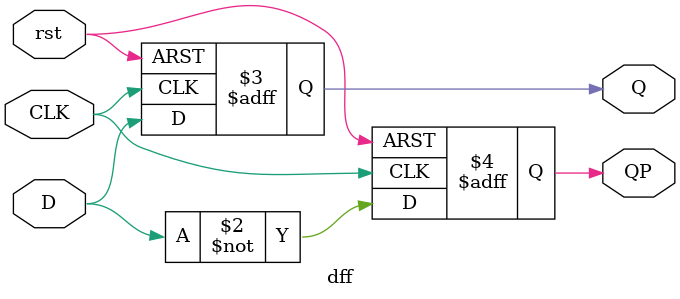
<source format=v>
`timescale 1ns / 1ps
`timescale 1 ns/1 ns

module dff (rst,CLK,D,Q,QP);

	input CLK,D,rst;
	output Q , QP;
	reg Q , QP;
	always @(posedge rst or negedge CLK)
	//this flip flop is negative edge working(falling edge)
			begin
				if (rst)
					begin
						Q <= 1'b0;
						QP <= 1'b1;
					end
				else
					begin
						Q <= D;
						QP <= ~D;
					end
			end

endmodule


</source>
